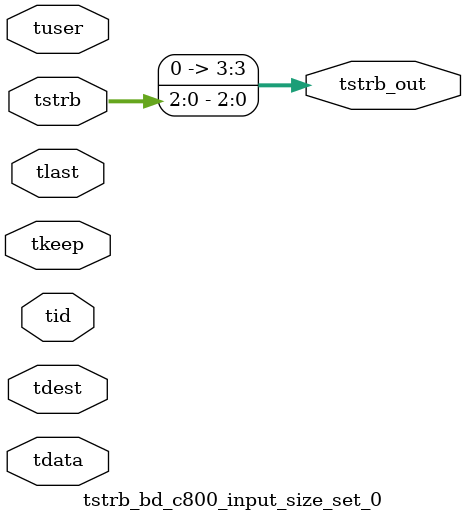
<source format=v>


`timescale 1ps/1ps

module tstrb_bd_c800_input_size_set_0 #
(
parameter C_S_AXIS_TDATA_WIDTH = 32,
parameter C_S_AXIS_TUSER_WIDTH = 0,
parameter C_S_AXIS_TID_WIDTH   = 0,
parameter C_S_AXIS_TDEST_WIDTH = 0,
parameter C_M_AXIS_TDATA_WIDTH = 32
)
(
input  [(C_S_AXIS_TDATA_WIDTH == 0 ? 1 : C_S_AXIS_TDATA_WIDTH)-1:0     ] tdata,
input  [(C_S_AXIS_TUSER_WIDTH == 0 ? 1 : C_S_AXIS_TUSER_WIDTH)-1:0     ] tuser,
input  [(C_S_AXIS_TID_WIDTH   == 0 ? 1 : C_S_AXIS_TID_WIDTH)-1:0       ] tid,
input  [(C_S_AXIS_TDEST_WIDTH == 0 ? 1 : C_S_AXIS_TDEST_WIDTH)-1:0     ] tdest,
input  [(C_S_AXIS_TDATA_WIDTH/8)-1:0 ] tkeep,
input  [(C_S_AXIS_TDATA_WIDTH/8)-1:0 ] tstrb,
input                                                                    tlast,
output [(C_M_AXIS_TDATA_WIDTH/8)-1:0 ] tstrb_out
);

assign tstrb_out = {tstrb[2:0]};

endmodule


</source>
